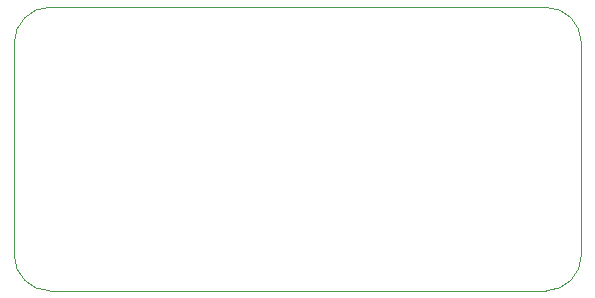
<source format=gbr>
G04*
G04 #@! TF.GenerationSoftware,Altium Limited,Altium Designer,23.0.1 (38)*
G04*
G04 Layer_Color=0*
%FSLAX43Y43*%
%MOMM*%
G71*
G04*
G04 #@! TF.SameCoordinates,0C8224BD-781C-42A6-9A02-31E2BED0DC02*
G04*
G04*
G04 #@! TF.FilePolarity,Positive*
G04*
G01*
G75*
%ADD38C,0.025*%
D38*
X80000Y91663D02*
X80000Y109663D01*
D02*
G02*
X83000Y112663I3000J0D01*
G01*
X125000D01*
D02*
G02*
X128000Y109663I0J-3000D01*
G01*
X128000Y91663D01*
D02*
G02*
X125000Y88663I-3000J0D01*
G01*
X83000Y88663D01*
D02*
G02*
X80000Y91663I0J3000D01*
G01*
M02*

</source>
